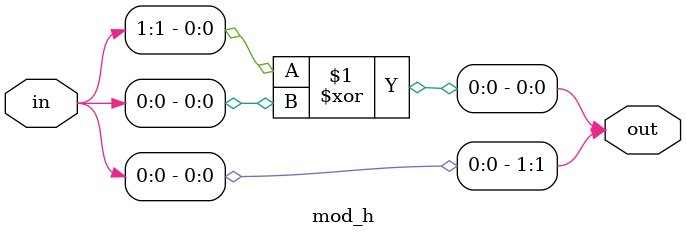
<source format=v>
`timescale 1ns / 1ps
module mod_h(output wire [1:0]out, input wire [1:0]in);
begin
assign out[0]=in[1]^in[0];
assign out[1]=in[0];
end
endmodule
</source>
